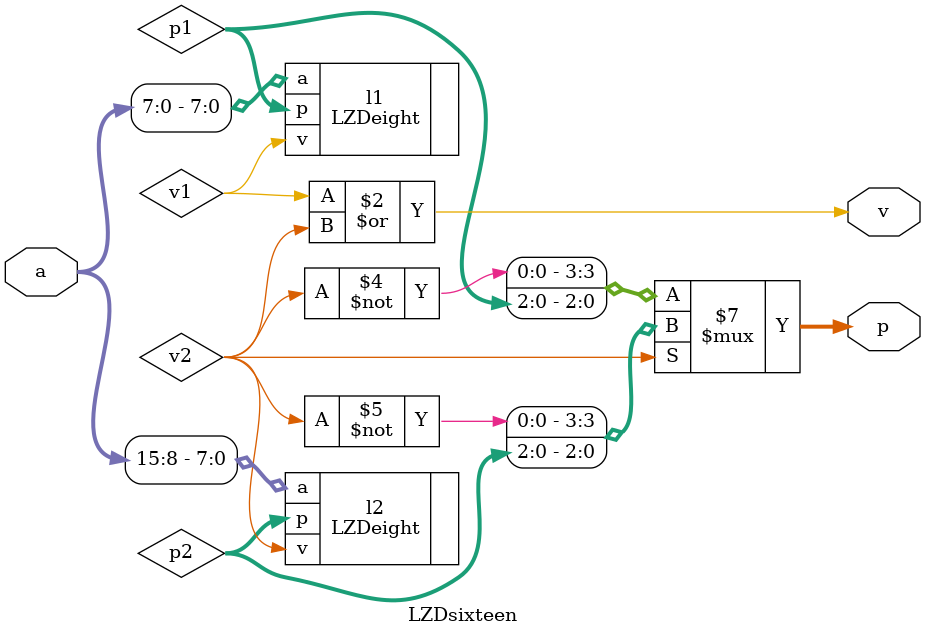
<source format=v>
`timescale 1ns / 1ps


module LZDsixteen(
    input [15:0] a,
    output reg [3:0] p,
    output reg v
    );
    
        wire [2:0] p2,p1;
    
    wire v2,v1;
    reg temp;
    
    LZDeight l2(
    .a(a[15:8]),
    .p(p2),
    .v(v2)
    );
    
    LZDeight l1(
      .a(a[7:0]),
      .p(p1),
      .v(v1)
    );
    
     
        always@(a,p1,v1,p2,v2) begin
                 v= v1 | v2;
                  if (v2==0)begin
                   p= {{~v2}, {p1}};
                   end
                   else begin
                  p= {{~v2}, {p2}};
                   end
                
                  end
      
endmodule

</source>
